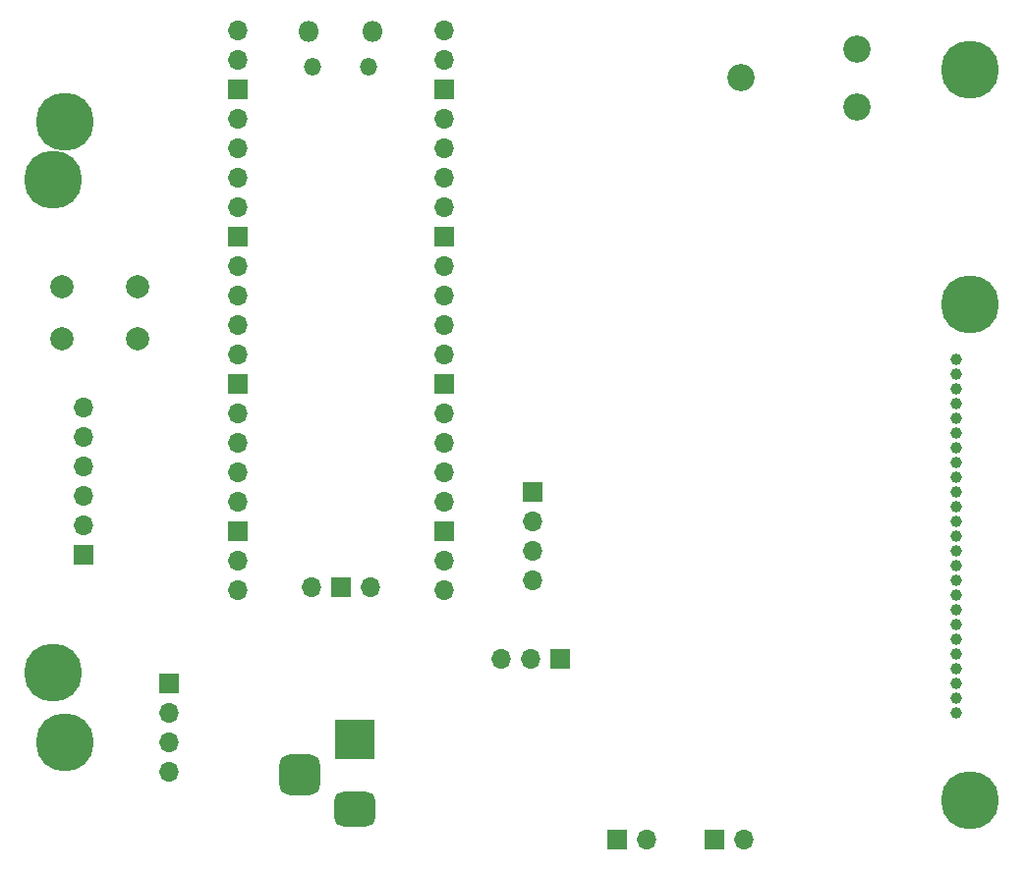
<source format=gts>
%TF.GenerationSoftware,KiCad,Pcbnew,(6.0.7)*%
%TF.CreationDate,2023-01-31T21:17:35+00:00*%
%TF.ProjectId,dmf-5008-backpack,646d662d-3530-4303-982d-6261636b7061,rev?*%
%TF.SameCoordinates,Original*%
%TF.FileFunction,Soldermask,Top*%
%TF.FilePolarity,Negative*%
%FSLAX46Y46*%
G04 Gerber Fmt 4.6, Leading zero omitted, Abs format (unit mm)*
G04 Created by KiCad (PCBNEW (6.0.7)) date 2023-01-31 21:17:35*
%MOMM*%
%LPD*%
G01*
G04 APERTURE LIST*
G04 Aperture macros list*
%AMRoundRect*
0 Rectangle with rounded corners*
0 $1 Rounding radius*
0 $2 $3 $4 $5 $6 $7 $8 $9 X,Y pos of 4 corners*
0 Add a 4 corners polygon primitive as box body*
4,1,4,$2,$3,$4,$5,$6,$7,$8,$9,$2,$3,0*
0 Add four circle primitives for the rounded corners*
1,1,$1+$1,$2,$3*
1,1,$1+$1,$4,$5*
1,1,$1+$1,$6,$7*
1,1,$1+$1,$8,$9*
0 Add four rect primitives between the rounded corners*
20,1,$1+$1,$2,$3,$4,$5,0*
20,1,$1+$1,$4,$5,$6,$7,0*
20,1,$1+$1,$6,$7,$8,$9,0*
20,1,$1+$1,$8,$9,$2,$3,0*%
G04 Aperture macros list end*
%ADD10C,5.000000*%
%ADD11C,1.000000*%
%ADD12C,2.000000*%
%ADD13R,1.700000X1.700000*%
%ADD14O,1.700000X1.700000*%
%ADD15R,3.500000X3.500000*%
%ADD16RoundRect,0.750000X1.000000X-0.750000X1.000000X0.750000X-1.000000X0.750000X-1.000000X-0.750000X0*%
%ADD17RoundRect,0.875000X0.875000X-0.875000X0.875000X0.875000X-0.875000X0.875000X-0.875000X-0.875000X0*%
%ADD18C,2.340000*%
%ADD19O,1.500000X1.500000*%
%ADD20O,1.800000X1.800000*%
G04 APERTURE END LIST*
D10*
X105500000Y-124000000D03*
X104500000Y-75500000D03*
X183500000Y-66000000D03*
X105500000Y-70500000D03*
X104500000Y-118000000D03*
X183500000Y-129000000D03*
X183500000Y-86250000D03*
D11*
X182300000Y-121500000D03*
X182300000Y-120230000D03*
X182300000Y-118960000D03*
X182300000Y-117690000D03*
X182300000Y-116420000D03*
X182300000Y-115150000D03*
X182300000Y-113880000D03*
X182300000Y-112610000D03*
X182300000Y-111340000D03*
X182300000Y-110070000D03*
X182300000Y-108800000D03*
X182300000Y-107530000D03*
X182300000Y-106260000D03*
X182300000Y-104990000D03*
X182300000Y-103720000D03*
X182300000Y-102450000D03*
X182300000Y-101180000D03*
X182300000Y-99910000D03*
X182300000Y-98640000D03*
X182300000Y-97370000D03*
X182300000Y-96100000D03*
X182300000Y-94830000D03*
X182300000Y-93560000D03*
X182300000Y-92290000D03*
X182300000Y-91020000D03*
D12*
X111750000Y-89250000D03*
X105250000Y-89250000D03*
X105250000Y-84750000D03*
X111750000Y-84750000D03*
D13*
X145750000Y-102420000D03*
D14*
X145750000Y-104960000D03*
X145750000Y-107500000D03*
X145750000Y-110040000D03*
D13*
X161460000Y-132400000D03*
D14*
X164000000Y-132400000D03*
D15*
X130442500Y-123800000D03*
D16*
X130442500Y-129800000D03*
D17*
X125742500Y-126800000D03*
D13*
X107100000Y-107850000D03*
D14*
X107100000Y-105310000D03*
X107100000Y-102770000D03*
X107100000Y-100230000D03*
X107100000Y-97690000D03*
X107100000Y-95150000D03*
D13*
X148200000Y-116800000D03*
D14*
X145660000Y-116800000D03*
X143120000Y-116800000D03*
D18*
X173750000Y-69250000D03*
X163750000Y-66750000D03*
X173750000Y-64250000D03*
D13*
X114500000Y-118960000D03*
D14*
X114500000Y-121500000D03*
X114500000Y-124040000D03*
X114500000Y-126580000D03*
D13*
X153060000Y-132400000D03*
D14*
X155600000Y-132400000D03*
D19*
X131675000Y-65780000D03*
D20*
X126525000Y-62750000D03*
X131975000Y-62750000D03*
D19*
X126825000Y-65780000D03*
D14*
X138140000Y-62620000D03*
X138140000Y-65160000D03*
D13*
X138140000Y-67700000D03*
D14*
X138140000Y-70240000D03*
X138140000Y-72780000D03*
X138140000Y-75320000D03*
X138140000Y-77860000D03*
D13*
X138140000Y-80400000D03*
D14*
X138140000Y-82940000D03*
X138140000Y-85480000D03*
X138140000Y-88020000D03*
X138140000Y-90560000D03*
D13*
X138140000Y-93100000D03*
D14*
X138140000Y-95640000D03*
X138140000Y-98180000D03*
X138140000Y-100720000D03*
X138140000Y-103260000D03*
D13*
X138140000Y-105800000D03*
D14*
X138140000Y-108340000D03*
X138140000Y-110880000D03*
X120360000Y-110880000D03*
X120360000Y-108340000D03*
D13*
X120360000Y-105800000D03*
D14*
X120360000Y-103260000D03*
X120360000Y-100720000D03*
X120360000Y-98180000D03*
X120360000Y-95640000D03*
D13*
X120360000Y-93100000D03*
D14*
X120360000Y-90560000D03*
X120360000Y-88020000D03*
X120360000Y-85480000D03*
X120360000Y-82940000D03*
D13*
X120360000Y-80400000D03*
D14*
X120360000Y-77860000D03*
X120360000Y-75320000D03*
X120360000Y-72780000D03*
X120360000Y-70240000D03*
D13*
X120360000Y-67700000D03*
D14*
X120360000Y-65160000D03*
X120360000Y-62620000D03*
X131790000Y-110650000D03*
D13*
X129250000Y-110650000D03*
D14*
X126710000Y-110650000D03*
M02*

</source>
